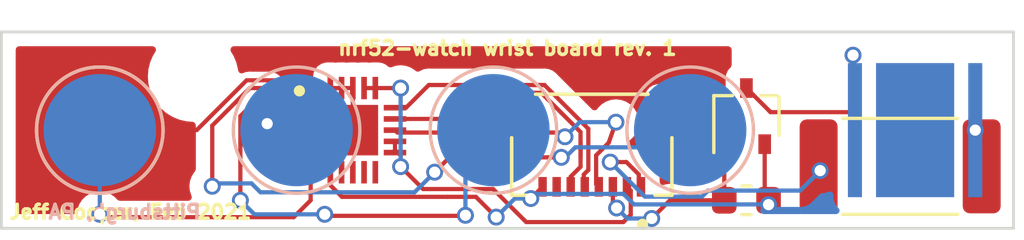
<source format=kicad_pcb>
(kicad_pcb (version 20210126) (generator pcbnew)
  (layers (0 "F.Cu" signal) (31 "B.Cu" signal) (34 "B.Paste" user) (35 "F.Paste" user) (36 "B.SilkS" user "B.Silkscreen") (37 "F.SilkS" user "F.Silkscreen") (38 "B.Mask" user) (39 "F.Mask" user) (44 "Edge.Cuts" user))
  (net 0 "")
  (net 1 "Net-(D1-Pad2)")
  (net 2 "Net-(D1-Pad1)")
  (net 3 "GND")
  (net 4 "VCC")
  (net 5 "SDA")
  (net 6 "SCL")
  (net 7 "INT")
  (net 12 "/PAD0")
  (net 13 "/PAD1")
  (net 14 "/PAD2")
  (net 15 "/PAD3")
  (net 16 "/GUARD")
  (net 17 "FLASHLIGHT")
  (net 20 "VIN")
  (footprint "MountingHole:MountingHole_2.2mm_M2" (layer "F.Cu") (at 48.26 21.336)
    (fp_text reference "REF**" hide)
    (fp_text value "MountingHole_2.2mm_M2" hide)
    (pad "1" np_thru_hole circle (at 0 0) (size 2.2 2.2) (drill 2.2) (layers *.Cu *.Mask))
  )
  (footprint "Resistor_SMD:R_0603_1608Metric" (layer "F.Cu") (at 46.5 26)
    (fp_text reference "R1" hide)
    (fp_text value "100K" hide)
    (fp_line (start -0.162779 0.51) (end 0.162779 0.51) (layer "F.SilkS") (width 0.12))
    (fp_line (start -0.162779 -0.51) (end 0.162779 -0.51) (layer "F.SilkS") (width 0.12))
    (pad "1" smd roundrect (at -0.7875 0) (size 0.875 0.95) (layers "F.Cu" "F.Paste" "F.Mask") (net 17 "FLASHLIGHT"))
    (pad "2" smd roundrect (at 0.7875 0) (size 0.875 0.95) (layers "F.Cu" "F.Paste" "F.Mask") (net 3 "GND"))
  )
  (footprint "Package_TO_SOT_SMD:SOT-323_SC-70" (layer "F.Cu") (at 46.5 23 90)
    (fp_text reference "Q1" hide)
    (fp_text value "Q_NMOS_GSD" hide)
    (fp_line (start 0.73 -1.16) (end 0.73 -0.5) (layer "F.SilkS") (width 0.12))
    (fp_line (start -0.68 1.16) (end 0.73 1.16) (layer "F.SilkS") (width 0.12))
    (fp_line (start 0.73 0.5) (end 0.73 1.16) (layer "F.SilkS") (width 0.12))
    (fp_line (start 0.73 -1.16) (end -1.3 -1.16) (layer "F.SilkS") (width 0.12))
    (pad "1" smd rect (at -1 -0.65) (size 0.45 0.7) (layers "F.Cu" "F.Paste" "F.Mask") (net 17 "FLASHLIGHT"))
    (pad "2" smd rect (at -1 0.65) (size 0.45 0.7) (layers "F.Cu" "F.Paste" "F.Mask") (net 3 "GND"))
    (pad "3" smd rect (at 1 0) (size 0.45 0.7) (layers "F.Cu" "F.Paste" "F.Mask") (net 2 "Net-(D1-Pad1)"))
  )
  (footprint "sx9500:QFN40P300X300X60-21N" (layer "F.Cu") (at 32.5 23.5)
    (fp_text reference "IC1" hide)
    (fp_text value "SX9500IULTRT" hide)
    (fp_circle (center -1.9 -1.4) (end -1.9 -1.3) (layer "F.SilkS") (width 0.2) (fill none))
    (pad "1" smd rect (at -1.5 -0.8 90) (size 0.2 0.8) (layers "F.Cu" "F.Paste" "F.Mask") (net 16 "/GUARD"))
    (pad "2" smd rect (at -1.5 -0.4 90) (size 0.2 0.8) (layers "F.Cu" "F.Paste" "F.Mask") (net 15 "/PAD3"))
    (pad "3" smd rect (at -1.5 0 90) (size 0.2 0.8) (layers "F.Cu" "F.Paste" "F.Mask") (net 14 "/PAD2"))
    (pad "4" smd rect (at -1.5 0.4 90) (size 0.2 0.8) (layers "F.Cu" "F.Paste" "F.Mask") (net 13 "/PAD1"))
    (pad "5" smd rect (at -1.5 0.8 90) (size 0.2 0.8) (layers "F.Cu" "F.Paste" "F.Mask") (net 12 "/PAD0"))
    (pad "6" smd rect (at -0.8 1.5) (size 0.2 0.8) (layers "F.Cu" "F.Paste" "F.Mask") (net 3 "GND"))
    (pad "7" smd rect (at -0.4 1.5) (size 0.2 0.8) (layers "F.Cu" "F.Paste" "F.Mask"))
    (pad "8" smd rect (at 0 1.5) (size 0.2 0.8) (layers "F.Cu" "F.Paste" "F.Mask"))
    (pad "9" smd rect (at 0.4 1.5) (size 0.2 0.8) (layers "F.Cu" "F.Paste" "F.Mask"))
    (pad "10" smd rect (at 0.8 1.5) (size 0.2 0.8) (layers "F.Cu" "F.Paste" "F.Mask"))
    (pad "11" smd rect (at 1.5 0.8 90) (size 0.2 0.8) (layers "F.Cu" "F.Paste" "F.Mask") (net 4 "VCC"))
    (pad "12" smd rect (at 1.5 0.4 90) (size 0.2 0.8) (layers "F.Cu" "F.Paste" "F.Mask") (net 4 "VCC"))
    (pad "13" smd rect (at 1.5 0 90) (size 0.2 0.8) (layers "F.Cu" "F.Paste" "F.Mask") (net 7 "INT"))
    (pad "14" smd rect (at 1.5 -0.4 90) (size 0.2 0.8) (layers "F.Cu" "F.Paste" "F.Mask") (net 6 "SCL"))
    (pad "15" smd rect (at 1.5 -0.8 90) (size 0.2 0.8) (layers "F.Cu" "F.Paste" "F.Mask") (net 5 "SDA"))
    (pad "16" smd rect (at 0.8 -1.5) (size 0.2 0.8) (layers "F.Cu" "F.Paste" "F.Mask") (net 4 "VCC"))
    (pad "17" smd rect (at 0.4 -1.5) (size 0.2 0.8) (layers "F.Cu" "F.Paste" "F.Mask") (net 4 "VCC"))
    (pad "18" smd rect (at 0 -1.5) (size 0.2 0.8) (layers "F.Cu" "F.Paste" "F.Mask") (net 3 "GND"))
    (pad "19" smd rect (at -0.4 -1.5) (size 0.2 0.8) (layers "F.Cu" "F.Paste" "F.Mask") (net 3 "GND"))
    (pad "20" smd rect (at -0.8 -1.5) (size 0.2 0.8) (layers "F.Cu" "F.Paste" "F.Mask") (net 3 "GND"))
    (pad "21" smd rect (at 0 0) (size 1.8 1.8) (layers "F.Cu" "F.Paste" "F.Mask") (net 3 "GND"))
  )
  (footprint "Resistor_SMD:R_2512_6332Metric" (layer "F.Cu") (at 51.9684 24.7904)
    (fp_text reference "R2" hide)
    (fp_text value "3 ohm" hide)
    (fp_line (start -2.052064 1.71) (end 2.052064 1.71) (layer "F.SilkS") (width 0.12))
    (fp_line (start -2.052064 -1.71) (end 2.052064 -1.71) (layer "F.SilkS") (width 0.12))
    (pad "1" smd roundrect (at -2.9 0) (size 1.35 3.35) (layers "F.Cu" "F.Paste" "F.Mask") (roundrect_rratio 0.1851851851851852) (net 20 "VIN"))
    (pad "2" smd roundrect (at 2.9 0) (size 1.35 3.35) (layers "F.Cu" "F.Paste" "F.Mask") (roundrect_rratio 0.1851851851851852) (net 1 "Net-(D1-Pad2)"))
  )
  (footprint "libs:MOLEX_5034800800" (layer "F.Cu") (at 41 25.52 180)
    (fp_text reference "J1" hide)
    (fp_text value "5034800800" hide)
    (fp_line (start 2.85 -0.3) (end 2.85 1.75) (layer "F.SilkS") (width 0.127))
    (fp_line (start 2.25 -0.3) (end 2.85 -0.3) (layer "F.SilkS") (width 0.127))
    (fp_line (start -2.25 -0.3) (end -2.85 -0.3) (layer "F.SilkS") (width 0.127))
    (fp_line (start -2 3.3) (end 2 3.3) (layer "F.SilkS") (width 0.127))
    (fp_line (start -2.85 -0.3) (end -2.85 1.75) (layer "F.SilkS") (width 0.127))
    (fp_circle (center -1.805 -1.335) (end -1.705 -1.335) (layer "F.SilkS") (width 0.2) (fill none))
    (pad "1" smd rect (at -1.75 0 180) (size 0.3 0.7) (layers "F.Cu" "F.Paste" "F.Mask") (net 20 "VIN"))
    (pad "2" smd rect (at -1.25 0 180) (size 0.3 0.7) (layers "F.Cu" "F.Paste" "F.Mask") (net 4 "VCC"))
    (pad "3" smd rect (at -0.75 0 180) (size 0.3 0.7) (layers "F.Cu" "F.Paste" "F.Mask") (net 17 "FLASHLIGHT"))
    (pad "4" smd rect (at -0.25 0 180) (size 0.3 0.7) (layers "F.Cu" "F.Paste" "F.Mask") (net 7 "INT"))
    (pad "5" smd rect (at 0.25 0 180) (size 0.3 0.7) (layers "F.Cu" "F.Paste" "F.Mask") (net 5 "SDA"))
    (pad "6" smd rect (at 0.75 0 180) (size 0.3 0.7) (layers "F.Cu" "F.Paste" "F.Mask") (net 6 "SCL"))
    (pad "7" smd rect (at 1.25 0 180) (size 0.3 0.7) (layers "F.Cu" "F.Paste" "F.Mask"))
    (pad "8" smd rect (at 1.75 0 180) (size 0.3 0.7) (layers "F.Cu" "F.Paste" "F.Mask") (net 3 "GND"))
    (pad "S1" smd rect (at -2.54 2.65 180) (size 0.3 1) (layers "F.Cu" "F.Paste" "F.Mask"))
    (pad "S2" smd rect (at 2.54 2.65 180) (size 0.3 1) (layers "F.Cu" "F.Paste" "F.Mask"))
  )
  (footprint "TestPoint:TestPoint_Pad_D4.0mm" (layer "F.Cu") (at 23.5 23.5)
    (fp_text reference "TP5" hide)
    (fp_text value "TestPoint" hide)
    (fp_circle (center 0 0) (end 0 2.25) (layer "F.SilkS") (width 0.12) (fill none))
    (pad "1" smd circle (at 0 0) (size 4 4) (layers "F.Cu" "F.Mask") (net 16 "/GUARD"))
  )
  (footprint "MountingHole:MountingHole_2.2mm_M2" (layer "F.Cu") (at 26.8224 21.59)
    (fp_text reference "REF**" hide)
    (fp_text value "MountingHole_2.2mm_M2" hide)
    (pad "1" np_thru_hole circle (at 0 0) (size 2.2 2.2) (drill 2.2) (layers *.Cu *.Mask))
  )
  (footprint "xm-l2:XM-L2" (layer "B.Cu") (at 52.5 23.5)
    (fp_text reference "D1" hide)
    (fp_text value "LED" hide)
    (pad "" smd rect (at 0 0) (size 2.78 4.78) (layers "B.Cu" "B.Paste" "B.Mask"))
    (pad "1" smd rect (at -2.14 0) (size 0.5 4.78) (layers "B.Cu" "B.Paste" "B.Mask") (net 2 "Net-(D1-Pad1)"))
    (pad "2" smd rect (at 2.14 0) (size 0.5 4.78) (layers "B.Cu" "B.Paste" "B.Mask") (net 1 "Net-(D1-Pad2)"))
  )
  (footprint "TestPoint:TestPoint_Pad_D4.0mm" (layer "B.Cu") (at 37.5 23.5 180)
    (fp_text reference "TP2" hide)
    (fp_text value "TestPoint" hide)
    (fp_circle (center 0 0) (end 0 -2.25) (layer "B.SilkS") (width 0.12) (fill none))
    (pad "1" smd circle (at 0 0 180) (size 4 4) (layers "B.Cu" "B.Mask") (net 14 "/PAD2"))
  )
  (footprint "TestPoint:TestPoint_Pad_D4.0mm" (layer "B.Cu") (at 23.5 23.5 180)
    (fp_text reference "TP4" hide)
    (fp_text value "TestPoint" hide)
    (fp_circle (center 0 0) (end 0 -2.25) (layer "B.SilkS") (width 0.12) (fill none))
    (pad "1" smd circle (at 0 0 180) (size 4 4) (layers "B.Cu" "B.Mask") (net 12 "/PAD0"))
  )
  (footprint "TestPoint:TestPoint_Pad_D4.0mm" (layer "B.Cu") (at 44.5 23.5 180)
    (fp_text reference "TP1" hide)
    (fp_text value "TestPoint" hide)
    (fp_circle (center 0 0) (end 0 -2.25) (layer "B.SilkS") (width 0.12) (fill none))
    (pad "1" smd circle (at 0 0 180) (size 4 4) (layers "B.Cu" "B.Mask") (net 15 "/PAD3"))
  )
  (footprint "TestPoint:TestPoint_Pad_D4.0mm" (layer "B.Cu") (at 30.5 23.5 180)
    (fp_text reference "TP3" hide)
    (fp_text value "TestPoint" hide)
    (fp_circle (center 0 0) (end 0 -2.25) (layer "B.SilkS") (width 0.12) (fill none))
    (pad "1" smd circle (at 0 0 180) (size 4 4) (layers "B.Cu" "B.Mask") (net 13 "/PAD1"))
  )
  (gr_line (start 20 27) (end 20 20) (layer "Edge.Cuts") (width 0.1))
  (gr_line (start 20 20) (end 56 20) (layer "Edge.Cuts") (width 0.1))
  (gr_line (start 56 27) (end 20 27) (layer "Edge.Cuts") (width 0.1))
  (gr_line (start 56 20) (end 56 27) (layer "Edge.Cuts") (width 0.1))
  (gr_text "Pittsburgh, PA" (at 24.383999 26.416) (layer "B.SilkS") (effects (font (size 0.5 0.5) (thickness 0.125)) (justify mirror)))
  (gr_text "nrf52-watch wrist board rev. 1" (at 37.9984 20.574) (layer "F.SilkS") (effects (font (size 0.5 0.5) (thickness 0.125))))
  (gr_text "Jeff Cooper, Feb 2021" (at 24.5872 26.416) (layer "F.SilkS") (effects (font (size 0.5 0.5) (thickness 0.125))))
  (segment (start 54.9 23.5) (end 54.64 23.5) (width 0.15) (layer "F.Cu") (net 1))
  (via (at 54.64 23.5) (size 0.6) (drill 0.4) (layers "F.Cu" "B.Cu") (net 1))
  (segment (start 47.36 22.86) (end 46.5 22) (width 0.15) (layer "F.Cu") (net 2))
  (segment (start 47.36 22.86) (end 47.302 22.802) (width 0.15) (layer "F.Cu") (net 2))
  (segment (start 50.292 22.86) (end 47.36 22.86) (width 0.15) (layer "F.Cu") (net 2))
  (segment (start 50.292 20.828) (end 50.292 22.86) (width 0.15) (layer "F.Cu") (net 2))
  (via (at 50.292 20.828) (size 0.6) (drill 0.4) (layers "F.Cu" "B.Cu") (net 2))
  (segment (start 50.292 20.828) (end 50.292 23.432) (width 0.15) (layer "B.Cu") (net 2))
  (segment (start 50.292 23.432) (end 50.36 23.5) (width 0.15) (layer "B.Cu") (net 2))
  (segment (start 31.7 24.3) (end 32.5 23.5) (width 0.15) (layer "F.Cu") (net 3))
  (segment (start 31.7 25.46362) (end 31.7 25) (width 0.15) (layer "F.Cu") (net 3))
  (segment (start 39.25 25.52) (end 38.832498 25.937502) (width 0.15) (layer "F.Cu") (net 3))
  (segment (start 47.15 24) (end 47.15 26.01851) (width 0.15) (layer "F.Cu") (net 3))
  (segment (start 32.5 22) (end 32.5 23.5) (width 0.15) (layer "F.Cu") (net 3))
  (segment (start 32.113391 25.877011) (end 31.7 25.46362) (width 0.15) (layer "F.Cu") (net 3))
  (segment (start 36.877011 25.877011) (end 35.877011 25.877011) (width 0.15) (layer "F.Cu") (net 3))
  (segment (start 31.7 22) (end 32.5 22) (width 0.15) (layer "F.Cu") (net 3))
  (segment (start 31.7 25) (end 31.7 24.3) (width 0.15) (layer "F.Cu") (net 3))
  (segment (start 47.15 26.01851) (end 47.2875 26.15601) (width 0.15) (layer "F.Cu") (net 3))
  (segment (start 35.877011 25.877011) (end 32.113391 25.877011) (width 0.15) (layer "F.Cu") (net 3))
  (segment (start 38.832498 25.937502) (end 38.829927 25.937502) (width 0.15) (layer "F.Cu") (net 3))
  (segment (start 37.6 26.6) (end 36.877011 25.877011) (width 0.15) (layer "F.Cu") (net 3))
  (via (at 38.829927 25.937502) (size 0.6) (drill 0.4) (layers "F.Cu" "B.Cu") (net 3))
  (via (at 37.6 26.6) (size 0.6) (drill 0.4) (layers "F.Cu" "B.Cu") (net 3))
  (via (at 47.2875 26.15601) (size 0.6) (drill 0.4) (layers "F.Cu" "B.Cu") (net 3))
  (segment (start 38.262498 25.937502) (end 38.829927 25.937502) (width 0.15) (layer "B.Cu") (net 3))
  (segment (start 42.124549 25.772267) (end 38.995162 25.772267) (width 0.15) (layer "B.Cu") (net 3))
  (segment (start 37.6 26.6) (end 38.262498 25.937502) (width 0.15) (layer "B.Cu") (net 3))
  (segment (start 38.995162 25.772267) (end 38.829927 25.937502) (width 0.15) (layer "B.Cu") (net 3))
  (segment (start 47.278529 26.147039) (end 42.499321 26.147039) (width 0.15) (layer "B.Cu") (net 3))
  (segment (start 42.499321 26.147039) (end 42.124549 25.772267) (width 0.15) (layer "B.Cu") (net 3))
  (segment (start 47.2875 26.15601) (end 47.278529 26.147039) (width 0.15) (layer "B.Cu") (net 3))
  (segment (start 32.9 22) (end 33.3 22) (width 0.15) (layer "F.Cu") (net 4))
  (segment (start 34 24.3) (end 34 24.2) (width 0.15) (layer "F.Cu") (net 4))
  (segment (start 34.2 24.4) (end 34 24.2) (width 0.15) (layer "F.Cu") (net 4))
  (segment (start 42.385589 25.655589) (end 42.25 25.52) (width 0.15) (layer "F.Cu") (net 4))
  (segment (start 38.667245 26.776269) (end 42.124549 26.776269) (width 0.15) (layer "F.Cu") (net 4))
  (segment (start 35 25.6) (end 37.490977 25.6) (width 0.15) (layer "F.Cu") (net 4))
  (segment (start 38.330488 26.439512) (end 38.667245 26.776269) (width 0.15) (layer "F.Cu") (net 4))
  (segment (start 42.385589 26.515229) (end 42.385589 25.655589) (width 0.15) (layer "F.Cu") (net 4))
  (segment (start 42.124549 26.776269) (end 42.385589 26.515229) (width 0.15) (layer "F.Cu") (net 4))
  (segment (start 37.490977 25.6) (end 38.330488 26.439512) (width 0.15) (layer "F.Cu") (net 4))
  (segment (start 34.2 24.8) (end 35 25.6) (width 0.15) (layer "F.Cu") (net 4))
  (segment (start 34 24.2) (end 34 23.9) (width 0.15) (layer "F.Cu") (net 4))
  (segment (start 33.3 22) (end 34.2 22) (width 0.15) (layer "F.Cu") (net 4))
  (segment (start 34.2 24.8) (end 34.2 24.4) (width 0.15) (layer "F.Cu") (net 4))
  (via (at 34.2 24.8) (size 0.6) (drill 0.4) (layers "F.Cu" "B.Cu") (net 4))
  (via (at 34.2 22) (size 0.6) (drill 0.4) (layers "F.Cu" "B.Cu") (net 4))
  (segment (start 34.2 22) (end 34.2 24.8) (width 0.15) (layer "B.Cu") (net 4))
  (segment (start 40.876998 24.921147) (end 40.876997 23.452584) (width 0.15) (layer "F.Cu") (net 5))
  (segment (start 34.390962 22.7) (end 34 22.7) (width 0.15) (layer "F.Cu") (net 5))
  (segment (start 40.716207 25.081939) (end 40.876998 24.921147) (width 0.15) (layer "F.Cu") (net 5))
  (segment (start 40.716207 25.486207) (end 40.716207 25.081939) (width 0.15) (layer "F.Cu") (net 5))
  (segment (start 39.315392 21.890978) (end 35.199984 21.890978) (width 0.15) (layer "F.Cu") (net 5))
  (segment (start 39.315392 21.890978) (end 38.908978 21.890978) (width 0.15) (layer "F.Cu") (net 5))
  (segment (start 39.315392 21.890978) (end 40.716207 23.291793) (width 0.15) (layer "F.Cu") (net 5))
  (segment (start 35.199984 21.890978) (end 34.390962 22.7) (width 0.15) (layer "F.Cu") (net 5))
  (segment (start 40.75 25.52) (end 40.716207 25.486207) (width 0.15) (layer "F.Cu") (net 5))
  (segment (start 40.876997 23.452584) (end 40.716207 23.291793) (width 0.15) (layer "F.Cu") (net 5))
  (segment (start 40.25 25.15638) (end 40.25 25.52) (width 0.15) (layer "F.Cu") (net 6))
  (segment (start 40.599977 23.567329) (end 40.599977 23.937577) (width 0.15) (layer "F.Cu") (net 6))
  (segment (start 38.148391 22.167989) (end 39.200637 22.167989) (width 0.15) (layer "F.Cu") (net 6))
  (segment (start 37.21638 23.1) (end 38.148391 22.167989) (width 0.15) (layer "F.Cu") (net 6))
  (segment (start 40.599978 24.806402) (end 40.25 25.15638) (width 0.15) (layer "F.Cu") (net 6))
  (segment (start 34 23.1) (end 37.21638 23.1) (width 0.15) (layer "F.Cu") (net 6))
  (segment (start 40.599977 23.937577) (end 40.599978 24.806402) (width 0.15) (layer "F.Cu") (net 6))
  (segment (start 39.200637 22.167989) (end 40.599977 23.567329) (width 0.15) (layer "F.Cu") (net 6))
  (segment (start 40.599977 23.937577) (end 40.599977 24.445577) (width 0.15) (layer "F.Cu") (net 6))
  (segment (start 41.6 23.951038) (end 41.153999 24.397039) (width 0.15) (layer "F.Cu") (net 7))
  (segment (start 39.893077 23.585027) (end 40.045477 23.737427) (width 0.15) (layer "F.Cu") (net 7))
  (segment (start 34 23.5) (end 34.085027 23.585027) (width 0.15) (layer "F.Cu") (net 7))
  (segment (start 34.085027 23.585027) (end 39.893077 23.585027) (width 0.15) (layer "F.Cu") (net 7))
  (segment (start 41.8592 23.2156) (end 41.6 23.951038) (width 0.15) (layer "F.Cu") (net 7))
  (segment (start 41.153999 24.397039) (end 41.153999 25.423999) (width 0.15) (layer "F.Cu") (net 7))
  (segment (start 41.153999 25.423999) (end 41.25 25.52) (width 0.15) (layer "F.Cu") (net 7))
  (via (at 40.045477 23.737427) (size 0.6) (drill 0.4) (layers "F.Cu" "B.Cu") (net 7))
  (via (at 41.8592 23.2156) (size 0.6) (drill 0.4) (layers "F.Cu" "B.Cu") (net 7))
  (segment (start 40.567304 23.2156) (end 40.045477 23.737427) (width 0.15) (layer "B.Cu") (net 7))
  (segment (start 41.8592 23.2156) (end 40.567304 23.2156) (width 0.15) (layer "B.Cu") (net 7))
  (segment (start 23.602001 26.602001) (end 30.397999 26.602001) (width 0.15) (layer "F.Cu") (net 12))
  (segment (start 31 26) (end 31 24.3) (width 0.15) (layer "F.Cu") (net 12))
  (segment (start 30.397999 26.602001) (end 31 26) (width 0.15) (layer "F.Cu") (net 12))
  (segment (start 23.5 26.5) (end 23.602001 26.602001) (width 0.15) (layer "F.Cu") (net 12))
  (via (at 23.5 26.5) (size 0.6) (drill 0.4) (layers "F.Cu" "B.Cu") (net 12))
  (segment (start 23.5 23.5) (end 23.5 26.5) (width 0.15) (layer "B.Cu") (net 12))
  (segment (start 31 23.9) (end 30.085009 23.9) (width 0.15) (layer "F.Cu") (net 13))
  (segment (start 30.085009 23.9) (end 29.453643 23.268634) (width 0.15) (layer "F.Cu") (net 13))
  (via (at 29.453643 23.268634) (size 0.6) (drill 0.4) (layers "F.Cu" "B.Cu") (net 13))
  (segment (start 31.5 26.5) (end 31.554021 26.554021) (width 0.15) (layer "F.Cu") (net 14))
  (segment (start 36.486429 26.554021) (end 36.505385 26.535065) (width 0.15) (layer "F.Cu") (net 14))
  (segment (start 31.554021 26.554021) (end 36.486429 26.554021) (width 0.15) (layer "F.Cu") (net 14))
  (segment (start 30.53638 23.5) (end 31 23.5) (width 0.15) (layer "F.Cu") (net 14))
  (segment (start 28.5 23) (end 29 22.5) (width 0.15) (layer "F.Cu") (net 14))
  (segment (start 29.53638 22.5) (end 30.53638 23.5) (width 0.15) (layer "F.Cu") (net 14))
  (segment (start 28.5 26) (end 28.5 23) (width 0.15) (layer "F.Cu") (net 14))
  (segment (start 29 22.5) (end 29.53638 22.5) (width 0.15) (layer "F.Cu") (net 14))
  (via (at 31.5 26.5) (size 0.6) (drill 0.4) (layers "F.Cu" "B.Cu") (net 14))
  (via (at 28.5 26) (size 0.6) (drill 0.4) (layers "F.Cu" "B.Cu") (net 14))
  (via (at 36.505385 26.535065) (size 0.6) (drill 0.4) (layers "F.Cu" "B.Cu") (net 14))
  (segment (start 31.5 26.5) (end 29 26.5) (width 0.15) (layer "B.Cu") (net 14))
  (segment (start 37.5 23.5) (end 36.505385 24.494615) (width 0.15) (layer "B.Cu") (net 14))
  (segment (start 36.505385 24.494615) (end 36.505385 26.535065) (width 0.15) (layer "B.Cu") (net 14))
  (segment (start 29 26.5) (end 28.5 26) (width 0.15) (layer "B.Cu") (net 14))
  (segment (start 35.939078 24.469872) (end 35.41096 24.99799) (width 0.15) (layer "F.Cu") (net 15))
  (segment (start 28.836152 22) (end 27.5 23.336152) (width 0.15) (layer "F.Cu") (net 15))
  (segment (start 30.6 23.1) (end 29.5 22) (width 0.15) (layer "F.Cu") (net 15))
  (segment (start 29.5 22) (end 28.836152 22) (width 0.15) (layer "F.Cu") (net 15))
  (segment (start 39.914726 24.469872) (end 35.939078 24.469872) (width 0.15) (layer "F.Cu") (net 15))
  (segment (start 31 23.1) (end 30.6 23.1) (width 0.15) (layer "F.Cu") (net 15))
  (segment (start 27.5 23.336152) (end 27.5 25.5) (width 0.15) (layer "F.Cu") (net 15))
  (via (at 39.914726 24.469872) (size 0.6) (drill 0.4) (layers "F.Cu" "B.Cu") (net 15))
  (via (at 27.5 25.5) (size 0.6) (drill 0.4) (layers "F.Cu" "B.Cu") (net 15))
  (via (at 35.41096 24.99799) (size 0.6) (drill 0.4) (layers "F.Cu" "B.Cu") (net 15))
  (segment (start 34.694087 25.714863) (end 35.41096 24.99799) (width 0.15) (layer "B.Cu") (net 15))
  (segment (start 40.055994 24.469872) (end 40.413438 24.112428) (width 0.15) (layer "B.Cu") (net 15))
  (segment (start 27.5 25.5) (end 27.602011 25.397989) (width 0.15) (layer "B.Cu") (net 15))
  (segment (start 40.413438 24.112428) (end 43.887572 24.112428) (width 0.15) (layer "B.Cu") (net 15))
  (segment (start 43.887572 24.112428) (end 44.5 23.5) (width 0.15) (layer "B.Cu") (net 15))
  (segment (start 39.914726 24.469872) (end 40.055994 24.469872) (width 0.15) (layer "B.Cu") (net 15))
  (segment (start 29.214863 25.714863) (end 34.694087 25.714863) (width 0.15) (layer "B.Cu") (net 15))
  (segment (start 28.897989 25.397989) (end 29.214863 25.714863) (width 0.15) (layer "B.Cu") (net 15))
  (segment (start 27.602011 25.397989) (end 28.897989 25.397989) (width 0.15) (layer "B.Cu") (net 15))
  (segment (start 28.721411 21.722989) (end 26.9444 23.5) (width 0.15) (layer "F.Cu") (net 16))
  (segment (start 30.022989 21.722989) (end 28.721411 21.722989) (width 0.15) (layer "F.Cu") (net 16))
  (segment (start 31 22.7) (end 30.022989 21.722989) (width 0.15) (layer "F.Cu") (net 16))
  (segment (start 26.9444 23.5) (end 23.5 23.5) (width 0.15) (layer "F.Cu") (net 16))
  (segment (start 45.7125 26) (end 43.781076 26) (width 0.15) (layer "F.Cu") (net 17))
  (segment (start 43.781076 26) (end 43.132027 26.649049) (width 0.15) (layer "F.Cu") (net 17))
  (segment (start 45.7125 26) (end 45.7125 24.1375) (width 0.15) (layer "F.Cu") (net 17))
  (segment (start 45.7125 24.1375) (end 45.85 24) (width 0.15) (layer "F.Cu") (net 17))
  (segment (start 41.75 25.52) (end 41.75 26.14068) (width 0.15) (layer "F.Cu") (net 17))
  (segment (start 41.75 26.14068) (end 41.883588 26.274268) (width 0.15) (layer "F.Cu") (net 17))
  (via (at 41.883588 26.274268) (size 0.6) (drill 0.4) (layers "F.Cu" "B.Cu") (net 17))
  (via (at 43.132027 26.649049) (size 0.6) (drill 0.4) (layers "F.Cu" "B.Cu") (net 17))
  (segment (start 42.258369 26.649049) (end 41.883588 26.274268) (width 0.15) (layer "B.Cu") (net 17))
  (segment (start 43.132027 26.649049) (end 42.258369 26.649049) (width 0.15) (layer "B.Cu") (net 17))
  (segment (start 42.672 25.07838) (end 42.672 25.442) (width 0.15) (layer "F.Cu") (net 20))
  (segment (start 42.672 25.442) (end 42.75 25.52) (width 0.15) (layer "F.Cu") (net 20))
  (segment (start 42.23162 24.638) (end 42.672 25.07838) (width 0.15) (layer "F.Cu") (net 20))
  (segment (start 41.656 24.638) (end 42.23162 24.638) (width 0.15) (layer "F.Cu") (net 20))
  (segment (start 49.0684 24.7904) (end 49.0684 24.8876) (width 0.15) (layer "F.Cu") (net 20))
  (segment (start 49.0684 24.8876) (end 49.1236 24.9428) (width 0.15) (layer "F.Cu") (net 20))
  (via (at 41.656 24.638) (size 0.6) (drill 0.4) (layers "F.Cu" "B.Cu") (net 20))
  (via (at 49.1236 24.9428) (size 0.6) (drill 0.4) (layers "F.Cu" "B.Cu") (net 20))
  (segment (start 44.920028 25.870028) (end 42.888028 25.870028) (width 0.15) (layer "B.Cu") (net 20))
  (segment (start 49.1236 24.9428) (end 48.4124 25.654) (width 0.15) (layer "B.Cu") (net 20))
  (segment (start 45.136056 25.654) (end 44.920028 25.870028) (width 0.15) (layer "B.Cu") (net 20))
  (segment (start 48.4124 25.654) (end 46.5836 25.654) (width 0.15) (layer "B.Cu") (net 20))
  (segment (start 46.5836 25.654) (end 45.136056 25.654) (width 0.15) (layer "B.Cu") (net 20))
  (segment (start 42.888028 25.870028) (end 41.656 24.638) (width 0.15) (layer "B.Cu") (net 20))
  (zone (net 16) (net_name "/GUARD") (layers F&B.Cu) (connect_pads (clearance 0.508)) (min_thickness 0.254) (fill yes (mode hatch) (thermal_gap 0.508) (thermal_bridge_width 0.508) (hatch_thickness 1.016) (hatch_gap 1.524) (hatch_orientation 0) (hatch_border_algorithm hatch_thickness) (hatch_min_hole_area 0.3))
    (polygon (pts (xy 45.976 20) (xy 20 20) (xy 20 27) (xy 45.976 27)))
  )
  (zone (net 3) (net_name "GND") (layers F&B.Cu) (connect_pads (clearance 0.508)) (min_thickness 0.254) (fill yes (thermal_gap 0.508) (thermal_bridge_width 0.508))
    (polygon (pts (xy 56.134 19.812) (xy 56.388 27.432) (xy 46.99 27.432) (xy 46.99 19.558)))
  )
)
</source>
